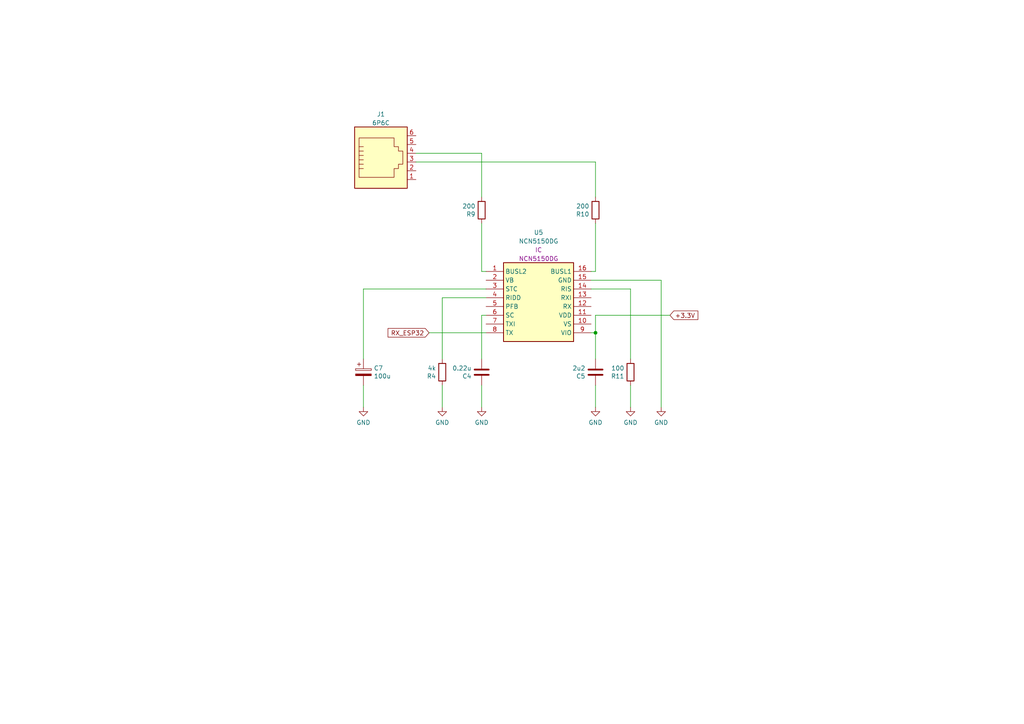
<source format=kicad_sch>
(kicad_sch (version 20211123) (generator eeschema)
  (paper "A4")
  (lib_symbols
    (symbol "Connector:6P6C" (pin_names (offset 1.016))
      (property "Reference" "J" (at -5.08 11.43 0))
      (property "Value" "6P6C" (at 2.54 11.43 0))
      (symbol "6P6C_0_1"
        (polyline (pts (xy -6.35 -1.905) (xy -5.08 -1.905) (xy -5.08 -1.905)))
        (polyline (pts (xy -6.35 -0.635) (xy -5.08 -0.635) (xy -5.08 -0.635)))
        (polyline (pts (xy -6.35 0.635) (xy -5.08 0.635) (xy -5.08 0.635)))
        (polyline (pts (xy -6.35 1.905) (xy -5.08 1.905) (xy -5.08 1.905)))
        (polyline (pts (xy -6.35 3.175) (xy -5.08 3.175) (xy -5.08 3.175)))
        (polyline (pts (xy -5.08 4.445) (xy -6.35 4.445) (xy -6.35 4.445)))
        (polyline (pts (xy -6.35 -4.445) (xy -6.35 6.985) (xy 3.81 6.985) (xy 3.81 4.445) (xy 5.08 4.445) (xy 5.08 3.175) (xy 6.35 3.175) (xy 6.35 -0.635) (xy 5.08 -0.635) (xy 5.08 -1.905) (xy 3.81 -1.905) (xy 3.81 -4.445) (xy -6.35 -4.445) (xy -6.35 -4.445)))
        (rectangle (start 7.62 10.16) (end -7.62 -7.62) (stroke (width 0.254)) (fill (type background)))
      )
      (symbol "6P6C_1_1"
        (pin passive line (at 10.16 -5.08 180) (length 2.54) (name "~") (number "1"))
        (pin passive line (at 10.16 -2.54 180) (length 2.54) (name "~") (number "2"))
        (pin passive line (at 10.16 0 180) (length 2.54) (name "~") (number "3"))
        (pin passive line (at 10.16 2.54 180) (length 2.54) (name "~") (number "4"))
        (pin passive line (at 10.16 5.08 180) (length 2.54) (name "~") (number "5"))
        (pin passive line (at 10.16 7.62 180) (length 2.54) (name "~") (number "6"))
      )
    )
    (symbol "Device:C" (pin_numbers hide) (pin_names (offset 0.254))
      (property "Reference" "C" (at 0.635 2.54 0))
      (property "Value" "C" (at 0.635 -2.54 0))
      (symbol "C_0_1"
        (polyline (pts (xy -2.032 -0.762) (xy 2.032 -0.762)) (stroke (width 0.508)))
        (polyline (pts (xy -2.032 0.762) (xy 2.032 0.762)) (stroke (width 0.508)))
      )
      (symbol "C_1_1"
        (pin passive line (at 0 3.81 270) (length 2.794) (name "~") (number "1"))
        (pin passive line (at 0 -3.81 90) (length 2.794) (name "~") (number "2"))
      )
    )
    (symbol "Device:R" (pin_numbers hide) (pin_names (offset 0))
      (property "Reference" "R" (at 2.032 0 90))
      (property "Value" "R" (at 0 0 90))
      (symbol "R_0_1"
        (rectangle (start -1.016 -2.54) (end 1.016 2.54) (stroke (width 0.254)))
      )
      (symbol "R_1_1"
        (pin passive line (at 0 3.81 270) (length 1.27) (name "~") (number "1"))
        (pin passive line (at 0 -3.81 90) (length 1.27) (name "~") (number "2"))
      )
    )
    (symbol "Onsemi:NCN5150DG"
      (property "Value" "NCN5150DG" (at 0 0 0))
      (property "Reference_1" "IC" (at 26.67 7.62 0))
      (property "Value_1" "NCN5150DG" (at 26.67 5.08 0))
      (symbol "NCN5150DG_1_1"
        (rectangle (start 5.08 2.54) (end 25.4 -20.32) (stroke (width 0.254)) (fill (type background)))
        (pin bidirectional line (at 0 0 0) (length 5.08) (name "BUSL2") (number "1"))
        (pin output line (at 30.48 -15.24 180) (length 5.08) (name "VS") (number "10"))
        (pin power_in line (at 30.48 -12.7 180) (length 5.08) (name "VDD") (number "11"))
        (pin input line (at 30.48 -10.16 180) (length 5.08) (name "RX") (number "12"))
        (pin input line (at 30.48 -7.62 180) (length 5.08) (name "RXI") (number "13"))
        (pin input line (at 30.48 -5.08 180) (length 5.08) (name "RIS") (number "14"))
        (pin power_in line (at 30.48 -2.54 180) (length 5.08) (name "GND") (number "15"))
        (pin bidirectional line (at 30.48 0 180) (length 5.08) (name "BUSL1") (number "16"))
        (pin power_in line (at 0 -2.54 0) (length 5.08) (name "VB") (number "2"))
        (pin output line (at 0 -5.08 0) (length 5.08) (name "STC") (number "3"))
        (pin input line (at 0 -7.62 0) (length 5.08) (name "RIDD") (number "4"))
        (pin output line (at 0 -10.16 0) (length 5.08) (name "PFB") (number "5"))
        (pin output line (at 0 -12.7 0) (length 5.08) (name "SC") (number "6"))
        (pin output line (at 0 -15.24 0) (length 5.08) (name "TXI") (number "7"))
        (pin output line (at 0 -17.78 0) (length 5.08) (name "TX") (number "8"))
        (pin input line (at 30.48 -17.78 180) (length 5.08) (name "VIO") (number "9"))
      )
    )
    (symbol "Steppermotor_Board-rescue:CP-Device" (pin_numbers hide) (pin_names (offset 0.254))
      (property "Reference" "C" (at 0.635 2.54 0))
      (property "Value" "CP-Device" (at 0.635 -2.54 0))
      (symbol "CP-Device_0_1"
        (rectangle (start -2.286 0.508) (end 2.286 1.016))
        (polyline (pts (xy -1.778 2.286) (xy -0.762 2.286)))
        (polyline (pts (xy -1.27 2.794) (xy -1.27 1.778)))
        (rectangle (start 2.286 -0.508) (end -2.286 -1.016) (fill (type outline)))
      )
      (symbol "CP-Device_1_1"
        (pin passive line (at 0 3.81 270) (length 2.794) (name "~") (number "1"))
        (pin passive line (at 0 -3.81 90) (length 2.794) (name "~") (number "2"))
      )
    )
    (symbol "power:GND" (power) (pin_names (offset 0))
      (property "Value" "GND" (at 0 -3.81 0))
      (symbol "GND_0_1"
        (polyline (pts (xy 0 0) (xy 0 -1.27) (xy 1.27 -1.27) (xy 0 -2.54) (xy -1.27 -1.27) (xy 0 -1.27)))
      )
      (symbol "GND_1_1"
        (pin power_in line (at 0 0 270) (length 0) hide (name "GND") (number "1"))
      )
    )
  )
  (junction (at 172.72 96.52))
  (wire (pts (xy 172.72 96.52) (xy 172.72 104.14)))
  (wire (pts (xy 139.7 44.45) (xy 120.65 44.45)))
  (wire (pts (xy 182.88 83.82) (xy 171.45 83.82)))
  (wire (pts (xy 191.77 118.11) (xy 191.77 81.28)))
  (wire (pts (xy 139.7 78.74) (xy 139.7 64.77)))
  (wire (pts (xy 139.7 111.76) (xy 139.7 118.11)))
  (wire (pts (xy 128.27 111.76) (xy 128.27 118.11)))
  (wire (pts (xy 105.41 83.82) (xy 105.41 104.14)))
  (wire (pts (xy 172.72 78.74) (xy 171.45 78.74)))
  (wire (pts (xy 124.46 96.52) (xy 140.97 96.52)))
  (wire (pts (xy 140.97 78.74) (xy 139.7 78.74)))
  (wire (pts (xy 172.72 91.44) (xy 172.72 96.52)))
  (wire (pts (xy 171.45 96.52) (xy 172.72 96.52)))
  (wire (pts (xy 120.65 46.99) (xy 172.72 46.99)))
  (wire (pts (xy 140.97 91.44) (xy 139.7 91.44)))
  (wire (pts (xy 128.27 86.36) (xy 140.97 86.36)))
  (wire (pts (xy 139.7 57.15) (xy 139.7 44.45)))
  (wire (pts (xy 172.72 64.77) (xy 172.72 78.74)))
  (wire (pts (xy 140.97 83.82) (xy 105.41 83.82)))
  (wire (pts (xy 139.7 91.44) (xy 139.7 104.14)))
  (wire (pts (xy 105.41 111.76) (xy 105.41 118.11)))
  (wire (pts (xy 182.88 111.76) (xy 182.88 118.11)))
  (wire (pts (xy 172.72 46.99) (xy 172.72 57.15)))
  (wire (pts (xy 172.72 111.76) (xy 172.72 118.11)))
  (wire (pts (xy 191.77 81.28) (xy 171.45 81.28)))
  (wire (pts (xy 128.27 104.14) (xy 128.27 86.36)))
  (wire (pts (xy 172.72 91.44) (xy 194.31 91.44)))
  (wire (pts (xy 182.88 104.14) (xy 182.88 83.82)))
  (global_label "RX_ESP32" (shape input) (at 124.46 96.52 180) (property "Intersheet References" "${INTERSHEET_REFS}" (effects hide)))
  (global_label "+3.3V" (shape input) (at 194.31 91.44 0) (property "Intersheet References" "${INTERSHEET_REFS}" (effects hide)))
  (symbol (lib_id "Connector:6P6C") (at 110.49 46.99 0) (unit 1)
    (property "Reference" "J1" (at 110.49 33.1302 0))
    (property "Value" "6P6C" (at 110.49 35.6671 0))
    (property "Footprint" "Connector_RJ:RJ12_Amphenol_54601" (effects hide))
  )
  (symbol (lib_id "Onsemi:NCN5150DG") (at 140.97 78.74 0) (unit 1)
    (property "Reference" "U5" (at 156.21 67.4264 0))
    (property "Value" "NCN5150DG" (at 156.21 69.9633 0))
    (property "Footprint" "Onsemi:SOIC127P600X175-16N" (effects hide))
    (property "Reference_1" "IC" (at 156.21 72.5002 0))
    (property "Value_1" "NCN5150DG" (at 156.21 75.0371 0))
    (property "Footprint_1" "SOIC127P600X175-16N" (effects hide))
    (property "Datasheet_1" "https://componentsearchengine.com/Datasheets/2/NCN5150DG.pdf" (effects hide))
    (property "Height" "1.75" (effects hide))
    (property "Manufacturer_Name" "onsemi" (effects hide))
    (property "Manufacturer_Part_Number" "NCN5150DG" (effects hide))
    (property "Mouser Part Number" "863-NCN5150DG" (effects hide))
    (property "Mouser Price/Stock" "https://www.mouser.co.uk/ProductDetail/onsemi/NCN5150DG?qs=xGcJQ%252BnsJwth%252BqTBKZTEhA%3D%3D" (effects hide))
    (property "Arrow Part Number" "NCN5150DG" (effects hide))
    (property "Arrow Price/Stock" "https://www.arrow.com/en/products/ncn5150dg/on-semiconductor?region=nac" (effects hide))
  )
  (symbol (lib_id "power:GND") (at 128.27 118.11 0) (unit 1)
    (property "Reference" "#PWR01" (effects hide))
    (property "Value" "GND" (at 128.27 122.5534 0))
  )
  (symbol (lib_id "Device:C") (at 139.7 107.95 180) (unit 1)
    (property "Reference" "C4" (at 136.779 109.1184 0) (effects (justify left)))
    (property "Value" "0.22u" (at 136.779 106.807 0) (effects (justify left)))
    (property "Footprint" "Capacitor_SMD:C_0805_2012Metric" (effects hide))
  )
  (symbol (lib_id "power:GND") (at 105.41 118.11 0) (unit 1)
    (property "Reference" "#PWR06" (effects hide))
    (property "Value" "GND" (at 105.41 122.5534 0))
  )
  (symbol (lib_id "Steppermotor_Board-rescue:CP-Device") (at 105.41 107.95 0) (unit 1)
    (property "Reference" "C7" (at 108.4072 106.7816 0) (effects (justify left)))
    (property "Value" "100u" (at 108.4072 109.093 0) (effects (justify left)))
    (property "Footprint" "Capacitor_SMD:CP_Elec_6.3x7.7" (effects hide))
  )
  (symbol (lib_id "power:GND") (at 191.77 118.11 0) (unit 1)
    (property "Reference" "#PWR05" (effects hide))
    (property "Value" "GND" (at 191.77 122.5534 0))
  )
  (symbol (lib_id "power:GND") (at 172.72 118.11 0) (unit 1)
    (property "Reference" "#PWR03" (effects hide))
    (property "Value" "GND" (at 172.72 122.5534 0))
  )
  (symbol (lib_id "Device:R") (at 128.27 107.95 180) (unit 1)
    (property "Reference" "R4" (at 126.492 109.1184 0) (effects (justify left)))
    (property "Value" "4k" (at 126.492 106.807 0) (effects (justify left)))
    (property "Footprint" "Resistor_SMD:R_0805_2012Metric" (effects hide))
  )
  (symbol (lib_id "power:GND") (at 182.88 118.11 0) (unit 1)
    (property "Reference" "#PWR04" (effects hide))
    (property "Value" "GND" (at 182.88 122.5534 0))
  )
  (symbol (lib_id "Device:R") (at 182.88 107.95 180) (unit 1)
    (property "Reference" "R11" (at 181.102 109.1184 0) (effects (justify left)))
    (property "Value" "100" (at 181.102 106.807 0) (effects (justify left)))
    (property "Footprint" "Resistor_SMD:R_0805_2012Metric" (effects hide))
  )
  (symbol (lib_id "Device:R") (at 139.7 60.96 180) (unit 1)
    (property "Reference" "R9" (at 137.922 62.1284 0) (effects (justify left)))
    (property "Value" "200" (at 137.922 59.817 0) (effects (justify left)))
    (property "Footprint" "Resistor_SMD:R_0805_2012Metric" (effects hide))
  )
  (symbol (lib_id "Device:C") (at 172.72 107.95 180) (unit 1)
    (property "Reference" "C5" (at 169.799 109.1184 0) (effects (justify left)))
    (property "Value" "2u2" (at 169.799 106.807 0) (effects (justify left)))
    (property "Footprint" "Capacitor_SMD:C_0805_2012Metric" (effects hide))
  )
  (symbol (lib_id "Device:R") (at 172.72 60.96 180) (unit 1)
    (property "Reference" "R10" (at 170.942 62.1284 0) (effects (justify left)))
    (property "Value" "200" (at 170.942 59.817 0) (effects (justify left)))
    (property "Footprint" "Resistor_SMD:R_0805_2012Metric" (effects hide))
  )
  (symbol (lib_id "power:GND") (at 139.7 118.11 0) (unit 1)
    (property "Reference" "#PWR02" (effects hide))
    (property "Value" "GND" (at 139.7 122.5534 0))
  )
)
</source>
